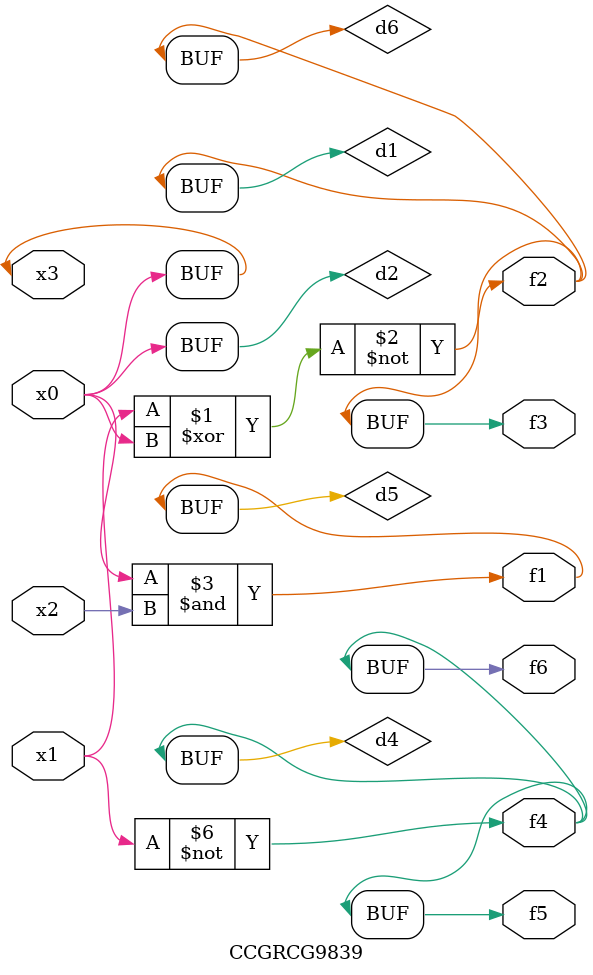
<source format=v>
module CCGRCG9839(
	input x0, x1, x2, x3,
	output f1, f2, f3, f4, f5, f6
);

	wire d1, d2, d3, d4, d5, d6;

	xnor (d1, x1, x3);
	buf (d2, x0, x3);
	nand (d3, x0, x2);
	not (d4, x1);
	nand (d5, d3);
	or (d6, d1);
	assign f1 = d5;
	assign f2 = d6;
	assign f3 = d6;
	assign f4 = d4;
	assign f5 = d4;
	assign f6 = d4;
endmodule

</source>
